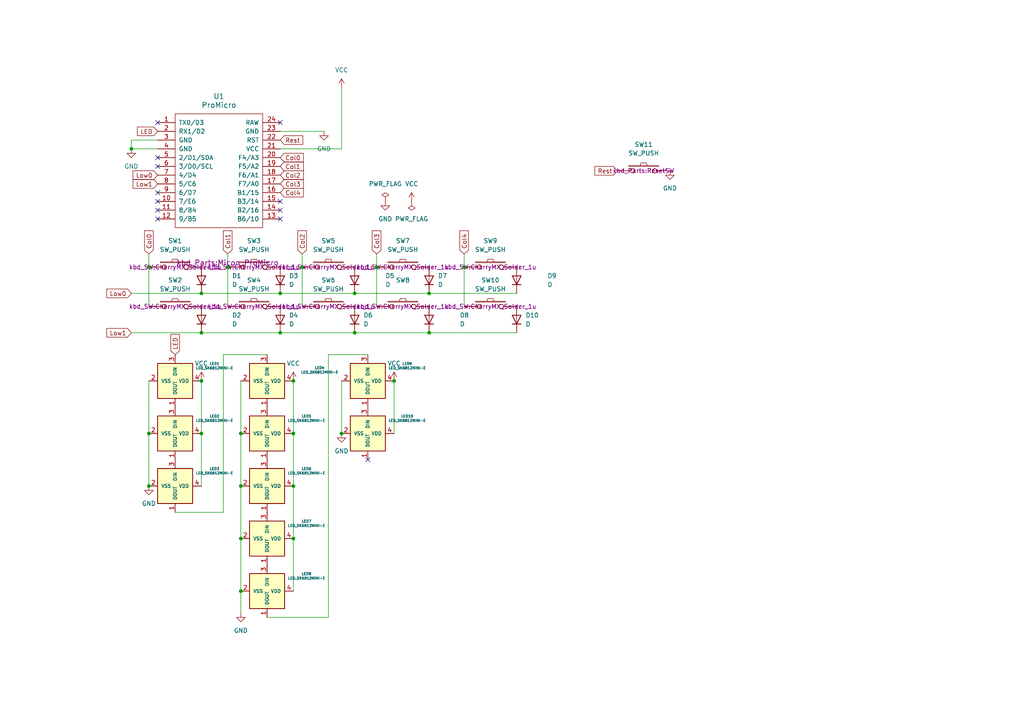
<source format=kicad_sch>
(kicad_sch (version 20230121) (generator eeschema)
  (paper "A4")
  (lib_symbols
    (symbol "Device:D" (pin_numbers hide) (pin_names (offset 1.016) hide)
      (property "Reference" "D" (at 0 2.54 0))
      (property "Value" "D" (at 0 -2.54 0))
      (symbol "D_0_1"
        (polyline (pts (xy -1.27 1.27) (xy -1.27 -1.27)) (stroke (width 0.254)))
        (polyline (pts (xy 1.27 0) (xy -1.27 0)))
        (polyline (pts (xy 1.27 1.27) (xy 1.27 -1.27) (xy -1.27 0) (xy 1.27 1.27)) (stroke (width 0.254)))
      )
      (symbol "D_1_1"
        (pin passive line (at -3.81 0 0) (length 2.54) (name "K") (number "1"))
        (pin passive line (at 3.81 0 180) (length 2.54) (name "A") (number "2"))
      )
    )
    (symbol "Salicylic_kbd:LED_SK6812MINI-E" (pin_names (offset 1.016))
      (property "Reference" "LED" (at 5.08 -10.16 0))
      (property "Value" "LED_SK6812MINI-E" (at 8.89 -8.89 0))
      (symbol "LED_SK6812MINI-E_0_1"
        (rectangle (start -5.08 5.08) (end 5.08 -5.08) (stroke (width 0.254)) (fill (type background)))
      )
      (symbol "LED_SK6812MINI-E_1_1"
        (pin output line (at 7.62 0 180) (length 2.54) (name "DOUT") (number "1"))
        (pin power_in line (at 0 -7.62 90) (length 2.54) (name "VSS") (number "2"))
        (pin input line (at -7.62 0 0) (length 2.54) (name "DIN") (number "3"))
        (pin power_in line (at 0 7.62 270) (length 2.54) (name "VDD") (number "4"))
      )
    )
    (symbol "kbd:ProMicro" (pin_names (offset 1.016))
      (property "Reference" "U" (at 0 19.05 0))
      (property "Value" "ProMicro" (at 0 -19.05 0))
      (symbol "ProMicro_0_1"
        (rectangle (start -12.7 16.51) (end 12.7 -16.51))
      )
      (symbol "ProMicro_1_1"
        (pin bidirectional line (at -17.78 13.97 0) (length 5.08) (name "TX0/D3") (number "1"))
        (pin bidirectional line (at -17.78 -8.89 0) (length 5.08) (name "7/E6") (number "10"))
        (pin bidirectional line (at -17.78 -11.43 0) (length 5.08) (name "8/B4") (number "11"))
        (pin bidirectional line (at -17.78 -13.97 0) (length 5.08) (name "9/B5") (number "12"))
        (pin bidirectional line (at 17.78 -13.97 180) (length 5.08) (name "B6/10") (number "13"))
        (pin bidirectional line (at 17.78 -11.43 180) (length 5.08) (name "B2/16") (number "14"))
        (pin bidirectional line (at 17.78 -8.89 180) (length 5.08) (name "B3/14") (number "15"))
        (pin bidirectional line (at 17.78 -6.35 180) (length 5.08) (name "B1/15") (number "16"))
        (pin bidirectional line (at 17.78 -3.81 180) (length 5.08) (name "F7/A0") (number "17"))
        (pin bidirectional line (at 17.78 -1.27 180) (length 5.08) (name "F6/A1") (number "18"))
        (pin bidirectional line (at 17.78 1.27 180) (length 5.08) (name "F5/A2") (number "19"))
        (pin bidirectional line (at -17.78 11.43 0) (length 5.08) (name "RX1/D2") (number "2"))
        (pin bidirectional line (at 17.78 3.81 180) (length 5.08) (name "F4/A3") (number "20"))
        (pin power_in line (at 17.78 6.35 180) (length 5.08) (name "VCC") (number "21"))
        (pin input line (at 17.78 8.89 180) (length 5.08) (name "RST") (number "22"))
        (pin power_in line (at 17.78 11.43 180) (length 5.08) (name "GND") (number "23"))
        (pin power_out line (at 17.78 13.97 180) (length 5.08) (name "RAW") (number "24"))
        (pin power_in line (at -17.78 8.89 0) (length 5.08) (name "GND") (number "3"))
        (pin power_in line (at -17.78 6.35 0) (length 5.08) (name "GND") (number "4"))
        (pin bidirectional line (at -17.78 3.81 0) (length 5.08) (name "2/D1/SDA") (number "5"))
        (pin bidirectional line (at -17.78 1.27 0) (length 5.08) (name "3/D0/SCL") (number "6"))
        (pin bidirectional line (at -17.78 -1.27 0) (length 5.08) (name "4/D4") (number "7"))
        (pin bidirectional line (at -17.78 -3.81 0) (length 5.08) (name "5/C6") (number "8"))
        (pin bidirectional line (at -17.78 -6.35 0) (length 5.08) (name "6/D7") (number "9"))
      )
    )
    (symbol "kbd:SW_PUSH" (pin_numbers hide) (pin_names (offset 1.016) hide)
      (property "Reference" "SW" (at 3.81 2.794 0))
      (property "Value" "SW_PUSH" (at 0 -2.032 0))
      (symbol "SW_PUSH_0_1"
        (rectangle (start -4.318 1.27) (end 4.318 1.524))
        (polyline (pts (xy -1.016 1.524) (xy -0.762 2.286) (xy 0.762 2.286) (xy 1.016 1.524)))
        (pin passive inverted (at -7.62 0 0) (length 5.08) (name "1") (number "1"))
        (pin passive inverted (at 7.62 0 180) (length 5.08) (name "2") (number "2"))
      )
    )
    (symbol "power:GND" (power) (pin_names (offset 0))
      (property "Value" "GND" (at 0 -3.81 0))
      (symbol "GND_0_1"
        (polyline (pts (xy 0 0) (xy 0 -1.27) (xy 1.27 -1.27) (xy 0 -2.54) (xy -1.27 -1.27) (xy 0 -1.27)))
      )
      (symbol "GND_1_1"
        (pin power_in line (at 0 0 270) (length 0) hide (name "GND") (number "1"))
      )
    )
    (symbol "power:PWR_FLAG" (power) (pin_numbers hide) (pin_names (offset 0) hide)
      (property "Value" "PWR_FLAG" (at 0 3.81 0))
      (symbol "PWR_FLAG_0_0"
        (pin power_out line (at 0 0 90) (length 0) (name "pwr") (number "1"))
      )
      (symbol "PWR_FLAG_0_1"
        (polyline (pts (xy 0 0) (xy 0 1.27) (xy -1.016 1.905) (xy 0 2.54) (xy 1.016 1.905) (xy 0 1.27)))
      )
    )
    (symbol "power:VCC" (power) (pin_names (offset 0))
      (property "Value" "VCC" (at 0 3.81 0))
      (symbol "VCC_0_1"
        (polyline (pts (xy -0.762 1.27) (xy 0 2.54)))
        (polyline (pts (xy 0 0) (xy 0 2.54)))
        (polyline (pts (xy 0 2.54) (xy 0.762 1.27)))
      )
      (symbol "VCC_1_1"
        (pin power_in line (at 0 0 90) (length 0) hide (name "VCC") (number "1"))
      )
    )
  )
  (junction (at 87.63 77.47))
  (junction (at 43.18 125.73))
  (junction (at 58.42 125.73))
  (junction (at 114.3 110.49))
  (junction (at 69.85 156.21))
  (junction (at 99.06 125.73))
  (junction (at 124.46 96.52))
  (junction (at 58.42 110.49))
  (junction (at 69.85 171.45))
  (junction (at 43.18 140.97))
  (junction (at 102.87 85.09))
  (junction (at 134.62 77.47))
  (junction (at 58.42 85.09))
  (junction (at 58.42 96.52))
  (junction (at 81.28 96.52))
  (junction (at 69.85 140.97))
  (junction (at 66.04 77.47))
  (junction (at 85.09 140.97))
  (junction (at 102.87 96.52))
  (junction (at 124.46 85.09))
  (junction (at 85.09 110.49))
  (junction (at 85.09 156.21))
  (junction (at 38.1 43.18))
  (junction (at 85.09 125.73))
  (junction (at 109.22 77.47))
  (junction (at 69.85 125.73))
  (junction (at 81.28 85.09))
  (junction (at 43.18 77.47))
  (no_connect (at 81.28 60.96))
  (no_connect (at 45.72 58.42))
  (no_connect (at 45.72 35.56))
  (no_connect (at 45.72 48.26))
  (no_connect (at 81.28 35.56))
  (no_connect (at 45.72 63.5))
  (no_connect (at 81.28 63.5))
  (no_connect (at 106.68 133.35))
  (no_connect (at 45.72 45.72))
  (no_connect (at 45.72 55.88))
  (no_connect (at 45.72 60.96))
  (no_connect (at 81.28 58.42))
  (wire (pts (xy 81.28 96.52) (xy 102.87 96.52)))
  (wire (pts (xy 43.18 77.47) (xy 43.18 88.9)))
  (wire (pts (xy 69.85 171.45) (xy 69.85 156.21)))
  (wire (pts (xy 38.1 96.52) (xy 58.42 96.52)))
  (wire (pts (xy 69.85 110.49) (xy 69.85 125.73)))
  (wire (pts (xy 85.09 110.49) (xy 85.09 125.73)))
  (wire (pts (xy 58.42 110.49) (xy 58.42 125.73)))
  (wire (pts (xy 66.04 77.47) (xy 66.04 88.9)))
  (wire (pts (xy 87.63 73.66) (xy 87.63 77.47)))
  (wire (pts (xy 50.8 148.59) (xy 64.77 148.59)))
  (wire (pts (xy 43.18 125.73) (xy 43.18 140.97)))
  (wire (pts (xy 109.22 77.47) (xy 109.22 88.9)))
  (wire (pts (xy 85.09 125.73) (xy 85.09 140.97)))
  (wire (pts (xy 109.22 73.66) (xy 109.22 77.47)))
  (wire (pts (xy 58.42 85.09) (xy 81.28 85.09)))
  (wire (pts (xy 77.47 179.07) (xy 95.25 179.07)))
  (wire (pts (xy 95.25 179.07) (xy 95.25 102.87)))
  (wire (pts (xy 102.87 85.09) (xy 124.46 85.09)))
  (wire (pts (xy 58.42 96.52) (xy 81.28 96.52)))
  (wire (pts (xy 38.1 43.18) (xy 45.72 43.18)))
  (wire (pts (xy 95.25 102.87) (xy 106.68 102.87)))
  (wire (pts (xy 64.77 148.59) (xy 64.77 102.87)))
  (wire (pts (xy 38.1 40.64) (xy 38.1 43.18)))
  (wire (pts (xy 69.85 156.21) (xy 69.85 140.97)))
  (wire (pts (xy 43.18 73.66) (xy 43.18 77.47)))
  (wire (pts (xy 38.1 85.09) (xy 58.42 85.09)))
  (wire (pts (xy 85.09 156.21) (xy 85.09 171.45)))
  (wire (pts (xy 85.09 140.97) (xy 85.09 156.21)))
  (wire (pts (xy 64.77 102.87) (xy 77.47 102.87)))
  (wire (pts (xy 69.85 125.73) (xy 69.85 140.97)))
  (wire (pts (xy 66.04 73.66) (xy 66.04 77.47)))
  (wire (pts (xy 114.3 110.49) (xy 114.3 125.73)))
  (wire (pts (xy 58.42 125.73) (xy 58.42 140.97)))
  (wire (pts (xy 134.62 73.66) (xy 134.62 77.47)))
  (wire (pts (xy 124.46 85.09) (xy 149.86 85.09)))
  (wire (pts (xy 124.46 96.52) (xy 149.86 96.52)))
  (wire (pts (xy 99.06 110.49) (xy 99.06 125.73)))
  (wire (pts (xy 43.18 110.49) (xy 43.18 125.73)))
  (wire (pts (xy 45.72 40.64) (xy 38.1 40.64)))
  (wire (pts (xy 81.28 85.09) (xy 102.87 85.09)))
  (wire (pts (xy 69.85 177.8) (xy 69.85 171.45)))
  (wire (pts (xy 99.06 43.18) (xy 99.06 25.4)))
  (wire (pts (xy 134.62 77.47) (xy 134.62 88.9)))
  (wire (pts (xy 102.87 96.52) (xy 124.46 96.52)))
  (wire (pts (xy 87.63 77.47) (xy 87.63 88.9)))
  (wire (pts (xy 81.28 43.18) (xy 99.06 43.18)))
  (wire (pts (xy 81.28 38.1) (xy 93.98 38.1)))
  (global_label "Low0" (shape input) (at 38.1 85.09 180) (property "Intersheetrefs" "${INTERSHEET_REFS}" (effects hide)))
  (global_label "Col2" (shape input) (at 81.28 50.8 0) (property "Intersheetrefs" "${INTERSHEET_REFS}" (effects hide)))
  (global_label "Col4" (shape input) (at 134.62 73.66 90) (property "Intersheetrefs" "${INTERSHEET_REFS}" (effects hide)))
  (global_label "Low0" (shape input) (at 45.72 50.8 180) (property "Intersheetrefs" "${INTERSHEET_REFS}" (effects hide)))
  (global_label "Rest" (shape input) (at 179.07 49.53 180) (property "Intersheetrefs" "${INTERSHEET_REFS}" (effects hide)))
  (global_label "Low1" (shape input) (at 45.72 53.34 180) (property "Intersheetrefs" "${INTERSHEET_REFS}" (effects hide)))
  (global_label "Rest" (shape input) (at 81.28 40.64 0) (property "Intersheetrefs" "${INTERSHEET_REFS}" (effects hide)))
  (global_label "Col1" (shape input) (at 66.04 73.66 90) (property "Intersheetrefs" "${INTERSHEET_REFS}" (effects hide)))
  (global_label "Col3" (shape input) (at 81.28 53.34 0) (property "Intersheetrefs" "${INTERSHEET_REFS}" (effects hide)))
  (global_label "LED" (shape input) (at 50.8 102.87 90) (property "Intersheetrefs" "${INTERSHEET_REFS}" (effects hide)))
  (global_label "Col0" (shape input) (at 81.28 45.72 0) (property "Intersheetrefs" "${INTERSHEET_REFS}" (effects hide)))
  (global_label "LED" (shape input) (at 45.72 38.1 180) (property "Intersheetrefs" "${INTERSHEET_REFS}" (effects hide)))
  (global_label "Col4" (shape input) (at 81.28 55.88 0) (property "Intersheetrefs" "${INTERSHEET_REFS}" (effects hide)))
  (global_label "Col3" (shape input) (at 109.22 73.66 90) (property "Intersheetrefs" "${INTERSHEET_REFS}" (effects hide)))
  (global_label "Col2" (shape input) (at 87.63 73.66 90) (property "Intersheetrefs" "${INTERSHEET_REFS}" (effects hide)))
  (global_label "Col1" (shape input) (at 81.28 48.26 0) (property "Intersheetrefs" "${INTERSHEET_REFS}" (effects hide)))
  (global_label "Low1" (shape input) (at 38.1 96.52 180) (property "Intersheetrefs" "${INTERSHEET_REFS}" (effects hide)))
  (global_label "Col0" (shape input) (at 43.18 73.66 90) (property "Intersheetrefs" "${INTERSHEET_REFS}" (effects hide)))
  (symbol (lib_id "power:GND") (at 43.18 140.97 0) (unit 1)
    (property "Reference" "#PWR02" (effects hide))
    (property "Value" "GND" (at 43.18 146.05 0))
  )
  (symbol (lib_id "Device:D") (at 81.28 81.28 90) (unit 1)
    (property "Reference" "D3" (at 83.82 80.01 90) (effects (justify right)))
    (property "Value" "D" (at 83.82 82.55 90) (effects (justify right)))
    (property "Footprint" "kbd_Parts:Diode_TH_SMD" (effects hide))
    (property "Sim.Device" "D" (effects hide))
    (property "Sim.Pins" "1=K 2=A" (effects hide))
  )
  (symbol (lib_id "kbd:SW_PUSH") (at 73.66 77.47 0) (unit 1)
    (property "Reference" "SW3" (at 73.66 69.85 0))
    (property "Value" "SW_PUSH" (at 73.66 72.39 0))
    (property "Footprint" "kbd_SW:CherryMX_Solder_1u" (at 73.66 77.47 0))
  )
  (symbol (lib_id "Device:D") (at 149.86 81.28 90) (unit 1)
    (property "Reference" "D9" (at 158.75 80.01 90) (effects (justify right)))
    (property "Value" "D" (at 158.75 82.55 90) (effects (justify right)))
    (property "Footprint" "kbd_Parts:Diode_TH_SMD" (effects hide))
    (property "Sim.Device" "D" (effects hide))
    (property "Sim.Pins" "1=K 2=A" (effects hide))
  )
  (symbol (lib_id "Salicylic_kbd:LED_SK6812MINI-E") (at 50.8 125.73 270) (unit 1)
    (property "Reference" "LED2" (at 62.23 120.7069 90) (effects (font (size 0.7366 0.7366))))
    (property "Value" "LED_SK6812MINI-E" (at 62.23 121.9769 90) (effects (font (size 0.7366 0.7366))))
    (property "Footprint" "kbd_Parts:LED_SK6812MINI-E_BL" (effects hide))
  )
  (symbol (lib_id "power:GND") (at 99.06 125.73 0) (unit 1)
    (property "Reference" "#PWR08" (effects hide))
    (property "Value" "GND" (at 99.06 130.81 0))
  )
  (symbol (lib_id "power:VCC") (at 114.3 110.49 0) (unit 1)
    (property "Reference" "#PWR010" (effects hide))
    (property "Value" "VCC" (at 114.3 105.41 0))
  )
  (symbol (lib_id "kbd:SW_PUSH") (at 142.24 88.9 0) (unit 1)
    (property "Reference" "SW10" (at 142.24 81.28 0))
    (property "Value" "SW_PUSH" (at 142.24 83.82 0))
    (property "Footprint" "kbd_SW:CherryMX_Solder_1u" (at 142.24 88.9 0))
  )
  (symbol (lib_id "Salicylic_kbd:LED_SK6812MINI-E") (at 50.8 110.49 270) (unit 1)
    (property "Reference" "LED1" (at 62.23 105.4669 90) (effects (font (size 0.7366 0.7366))))
    (property "Value" "LED_SK6812MINI-E" (at 62.23 106.7369 90) (effects (font (size 0.7366 0.7366))))
    (property "Footprint" "kbd_Parts:LED_SK6812MINI-E_BL" (effects hide))
  )
  (symbol (lib_id "Device:D") (at 102.87 92.71 90) (unit 1)
    (property "Reference" "D6" (at 105.41 91.44 90) (effects (justify right)))
    (property "Value" "D" (at 105.41 93.98 90) (effects (justify right)))
    (property "Footprint" "kbd_Parts:Diode_TH_SMD" (effects hide))
    (property "Sim.Device" "D" (effects hide))
    (property "Sim.Pins" "1=K 2=A" (effects hide))
  )
  (symbol (lib_id "Device:D") (at 58.42 81.28 90) (unit 1)
    (property "Reference" "D1" (at 67.31 80.01 90) (effects (justify right)))
    (property "Value" "D" (at 67.31 82.55 90) (effects (justify right)))
    (property "Footprint" "kbd_Parts:Diode_TH_SMD" (effects hide))
    (property "Sim.Device" "D" (effects hide))
    (property "Sim.Pins" "1=K 2=A" (effects hide))
  )
  (symbol (lib_id "Salicylic_kbd:LED_SK6812MINI-E") (at 77.47 110.49 270) (unit 1)
    (property "Reference" "LED4" (at 92.71 106.68 90) (effects (font (size 0.7366 0.7366))))
    (property "Value" "LED_SK6812MINI-E" (at 92.71 107.95 90) (effects (font (size 0.7366 0.7366))))
    (property "Footprint" "kbd_Parts:LED_SK6812MINI-E_BL" (effects hide))
  )
  (symbol (lib_id "Device:D") (at 58.42 92.71 90) (unit 1)
    (property "Reference" "D2" (at 67.31 91.44 90) (effects (justify right)))
    (property "Value" "D" (at 67.31 93.98 90) (effects (justify right)))
    (property "Footprint" "kbd_Parts:Diode_TH_SMD" (effects hide))
    (property "Sim.Device" "D" (effects hide))
    (property "Sim.Pins" "1=K 2=A" (effects hide))
  )
  (symbol (lib_id "Salicylic_kbd:LED_SK6812MINI-E") (at 106.68 110.49 270) (unit 1)
    (property "Reference" "LED9" (at 118.11 105.4669 90) (effects (font (size 0.7366 0.7366))))
    (property "Value" "LED_SK6812MINI-E" (at 118.11 106.7369 90) (effects (font (size 0.7366 0.7366))))
    (property "Footprint" "kbd_Parts:LED_SK6812MINI-E_BL" (effects hide))
  )
  (symbol (lib_id "power:PWR_FLAG") (at 119.38 58.42 180) (unit 1)
    (property "Reference" "#FLG02" (effects hide))
    (property "Value" "PWR_FLAG" (at 119.38 63.5 0))
  )
  (symbol (lib_id "kbd:SW_PUSH") (at 95.25 88.9 0) (unit 1)
    (property "Reference" "SW6" (at 95.25 81.28 0))
    (property "Value" "SW_PUSH" (at 95.25 83.82 0))
    (property "Footprint" "kbd_SW:CherryMX_Solder_1u" (at 95.25 88.9 0))
  )
  (symbol (lib_id "power:PWR_FLAG") (at 111.76 58.42 0) (unit 1)
    (property "Reference" "#FLG01" (effects hide))
    (property "Value" "PWR_FLAG" (at 111.76 53.34 0))
  )
  (symbol (lib_id "Salicylic_kbd:LED_SK6812MINI-E") (at 106.68 125.73 270) (unit 1)
    (property "Reference" "LED10" (at 118.11 120.7069 90) (effects (font (size 0.7366 0.7366))))
    (property "Value" "LED_SK6812MINI-E" (at 118.11 121.9769 90) (effects (font (size 0.7366 0.7366))))
    (property "Footprint" "kbd_Parts:LED_SK6812MINI-E_BL" (effects hide))
  )
  (symbol (lib_id "power:GND") (at 93.98 38.1 0) (unit 1)
    (property "Reference" "#PWR06" (effects hide))
    (property "Value" "GND" (at 93.98 43.18 0))
  )
  (symbol (lib_id "kbd:SW_PUSH") (at 116.84 77.47 0) (unit 1)
    (property "Reference" "SW7" (at 116.84 69.85 0))
    (property "Value" "SW_PUSH" (at 116.84 72.39 0))
    (property "Footprint" "kbd_SW:CherryMX_Solder_1u" (at 116.84 77.47 0))
  )
  (symbol (lib_id "kbd:SW_PUSH") (at 95.25 77.47 0) (unit 1)
    (property "Reference" "SW5" (at 95.25 69.85 0))
    (property "Value" "SW_PUSH" (at 95.25 72.39 0))
    (property "Footprint" "kbd_SW:CherryMX_Solder_1u" (at 95.25 77.47 0))
  )
  (symbol (lib_id "Device:D") (at 149.86 92.71 90) (unit 1)
    (property "Reference" "D10" (at 152.4 91.44 90) (effects (justify right)))
    (property "Value" "D" (at 152.4 93.98 90) (effects (justify right)))
    (property "Footprint" "kbd_Parts:Diode_TH_SMD" (effects hide))
    (property "Sim.Device" "D" (effects hide))
    (property "Sim.Pins" "1=K 2=A" (effects hide))
  )
  (symbol (lib_id "Device:D") (at 124.46 81.28 90) (unit 1)
    (property "Reference" "D7" (at 127 80.01 90) (effects (justify right)))
    (property "Value" "D" (at 127 82.55 90) (effects (justify right)))
    (property "Footprint" "kbd_Parts:Diode_TH_SMD" (effects hide))
    (property "Sim.Device" "D" (effects hide))
    (property "Sim.Pins" "1=K 2=A" (effects hide))
  )
  (symbol (lib_id "power:GND") (at 194.31 49.53 0) (unit 1)
    (property "Reference" "#PWR012" (effects hide))
    (property "Value" "GND" (at 194.31 54.61 0))
  )
  (symbol (lib_id "kbd:SW_PUSH") (at 186.69 49.53 0) (unit 1)
    (property "Reference" "SW11" (at 186.69 41.91 0))
    (property "Value" "SW_PUSH" (at 186.69 44.45 0))
    (property "Footprint" "kbd_Parts:ResetSW" (at 186.69 49.53 0))
  )
  (symbol (lib_id "kbd:SW_PUSH") (at 73.66 88.9 0) (unit 1)
    (property "Reference" "SW4" (at 73.66 81.28 0))
    (property "Value" "SW_PUSH" (at 73.66 83.82 0))
    (property "Footprint" "kbd_SW:CherryMX_Solder_1u" (at 73.66 88.9 0))
  )
  (symbol (lib_id "Salicylic_kbd:LED_SK6812MINI-E") (at 77.47 125.73 270) (unit 1)
    (property "Reference" "LED5" (at 88.9 120.7069 90) (effects (font (size 0.7366 0.7366))))
    (property "Value" "LED_SK6812MINI-E" (at 88.9 121.9769 90) (effects (font (size 0.7366 0.7366))))
    (property "Footprint" "kbd_Parts:LED_SK6812MINI-E_BL" (effects hide))
  )
  (symbol (lib_id "power:VCC") (at 58.42 110.49 0) (unit 1)
    (property "Reference" "#PWR03" (effects hide))
    (property "Value" "VCC" (at 58.42 105.41 0))
  )
  (symbol (lib_id "Salicylic_kbd:LED_SK6812MINI-E") (at 77.47 171.45 270) (unit 1)
    (property "Reference" "LED8" (at 88.9 166.4269 90) (effects (font (size 0.7366 0.7366))))
    (property "Value" "LED_SK6812MINI-E" (at 88.9 167.6969 90) (effects (font (size 0.7366 0.7366))))
    (property "Footprint" "kbd_Parts:LED_SK6812MINI-E_BL" (effects hide))
  )
  (symbol (lib_id "Device:D") (at 81.28 92.71 90) (unit 1)
    (property "Reference" "D4" (at 83.82 91.44 90) (effects (justify right)))
    (property "Value" "D" (at 83.82 93.98 90) (effects (justify right)))
    (property "Footprint" "kbd_Parts:Diode_TH_SMD" (effects hide))
    (property "Sim.Device" "D" (effects hide))
    (property "Sim.Pins" "1=K 2=A" (effects hide))
  )
  (symbol (lib_id "kbd:SW_PUSH") (at 50.8 88.9 0) (unit 1)
    (property "Reference" "SW2" (at 50.8 81.28 0))
    (property "Value" "SW_PUSH" (at 50.8 83.82 0))
    (property "Footprint" "kbd_SW:CherryMX_Solder_1u" (at 50.8 88.9 0))
  )
  (symbol (lib_id "power:GND") (at 38.1 43.18 0) (unit 1)
    (property "Reference" "#PWR01" (effects hide))
    (property "Value" "GND" (at 38.1 48.26 0))
  )
  (symbol (lib_id "power:VCC") (at 99.06 25.4 0) (unit 1)
    (property "Reference" "#PWR07" (effects hide))
    (property "Value" "VCC" (at 99.06 20.32 0))
  )
  (symbol (lib_id "kbd:SW_PUSH") (at 116.84 88.9 0) (unit 1)
    (property "Reference" "SW8" (at 116.84 81.28 0))
    (property "Value" "SW_PUSH" (effects hide))
    (property "Footprint" "kbd_SW:CherryMX_Solder_1u" (at 116.84 88.9 0))
  )
  (symbol (lib_id "power:VCC") (at 85.09 110.49 0) (unit 1)
    (property "Reference" "#PWR05" (effects hide))
    (property "Value" "VCC" (at 85.09 105.41 0))
  )
  (symbol (lib_id "Device:D") (at 102.87 81.28 90) (unit 1)
    (property "Reference" "D5" (at 111.76 80.01 90) (effects (justify right)))
    (property "Value" "D" (at 111.76 82.55 90) (effects (justify right)))
    (property "Footprint" "kbd_Parts:Diode_TH_SMD" (effects hide))
    (property "Sim.Device" "D" (effects hide))
    (property "Sim.Pins" "1=K 2=A" (effects hide))
  )
  (symbol (lib_id "kbd:SW_PUSH") (at 142.24 77.47 0) (unit 1)
    (property "Reference" "SW9" (at 142.24 69.85 0))
    (property "Value" "SW_PUSH" (at 142.24 72.39 0))
    (property "Footprint" "kbd_SW:CherryMX_Solder_1u" (at 142.24 77.47 0))
  )
  (symbol (lib_id "Salicylic_kbd:LED_SK6812MINI-E") (at 77.47 140.97 270) (unit 1)
    (property "Reference" "LED6" (at 88.9 135.9469 90) (effects (font (size 0.7366 0.7366))))
    (property "Value" "LED_SK6812MINI-E" (at 88.9 137.2169 90) (effects (font (size 0.7366 0.7366))))
    (property "Footprint" "kbd_Parts:LED_SK6812MINI-E_BL" (effects hide))
  )
  (symbol (lib_id "kbd:ProMicro") (at 63.5 49.53 0) (unit 1)
    (property "Reference" "U1" (at 63.5 27.94 0) (effects (font (size 1.524 1.524))))
    (property "Value" "ProMicro" (at 63.5 30.48 0) (effects (font (size 1.524 1.524))))
    (property "Footprint" "kbd_Parts:Micon_ProMicro" (at 66.04 76.2 0) (effects (font (size 1.524 1.524))))
  )
  (symbol (lib_id "Salicylic_kbd:LED_SK6812MINI-E") (at 50.8 140.97 270) (unit 1)
    (property "Reference" "LED3" (at 62.23 135.9469 90) (effects (font (size 0.7366 0.7366))))
    (property "Value" "LED_SK6812MINI-E" (at 62.23 137.2169 90) (effects (font (size 0.7366 0.7366))))
    (property "Footprint" "kbd_Parts:LED_SK6812MINI-E_BL" (effects hide))
  )
  (symbol (lib_id "kbd:SW_PUSH") (at 50.8 77.47 0) (unit 1)
    (property "Reference" "SW1" (at 50.8 69.85 0))
    (property "Value" "SW_PUSH" (at 50.8 72.39 0))
    (property "Footprint" "kbd_SW:CherryMX_Solder_1u" (at 50.8 77.47 0))
  )
  (symbol (lib_id "Device:D") (at 124.46 92.71 90) (unit 1)
    (property "Reference" "D8" (at 133.35 91.44 90) (effects (justify right)))
    (property "Value" "D" (at 133.35 93.98 90) (effects (justify right)))
    (property "Footprint" "kbd_Parts:Diode_TH_SMD" (effects hide))
    (property "Sim.Device" "D" (effects hide))
    (property "Sim.Pins" "1=K 2=A" (effects hide))
  )
  (symbol (lib_id "power:GND") (at 69.85 177.8 0) (unit 1)
    (property "Reference" "#PWR04" (effects hide))
    (property "Value" "GND" (at 69.85 182.88 0))
  )
  (symbol (lib_id "Salicylic_kbd:LED_SK6812MINI-E") (at 77.47 156.21 270) (unit 1)
    (property "Reference" "LED7" (at 88.9 151.1869 90) (effects (font (size 0.7366 0.7366))))
    (property "Value" "LED_SK6812MINI-E" (at 88.9 152.4569 90) (effects (font (size 0.7366 0.7366))))
    (property "Footprint" "kbd_Parts:LED_SK6812MINI-E_BL" (effects hide))
  )
  (symbol (lib_id "power:GND") (at 111.76 58.42 0) (unit 1)
    (property "Reference" "#PWR09" (effects hide))
    (property "Value" "GND" (at 111.76 63.5 0))
  )
  (symbol (lib_id "power:VCC") (at 119.38 58.42 0) (unit 1)
    (property "Reference" "#PWR011" (effects hide))
    (property "Value" "VCC" (at 119.38 53.34 0))
  )
)
</source>
